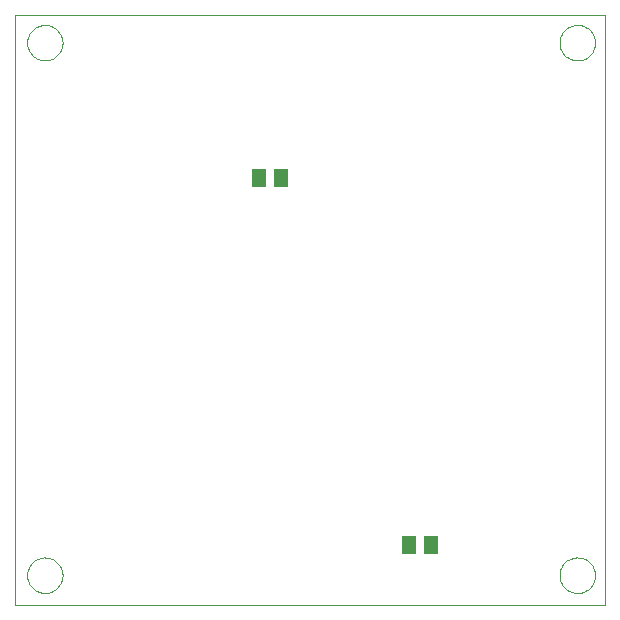
<source format=gbp>
G75*
%MOIN*%
%OFA0B0*%
%FSLAX24Y24*%
%IPPOS*%
%LPD*%
%AMOC8*
5,1,8,0,0,1.08239X$1,22.5*
%
%ADD10C,0.0000*%
%ADD11R,0.0512X0.0591*%
%ADD12R,0.0512X0.0630*%
D10*
X000255Y000100D02*
X000255Y019785D01*
X019940Y019785D01*
X019940Y000100D01*
X000255Y000100D01*
X000664Y001100D02*
X000666Y001148D01*
X000672Y001196D01*
X000682Y001243D01*
X000695Y001289D01*
X000713Y001334D01*
X000733Y001378D01*
X000758Y001420D01*
X000786Y001459D01*
X000816Y001496D01*
X000850Y001530D01*
X000887Y001562D01*
X000925Y001591D01*
X000966Y001616D01*
X001009Y001638D01*
X001054Y001656D01*
X001100Y001670D01*
X001147Y001681D01*
X001195Y001688D01*
X001243Y001691D01*
X001291Y001690D01*
X001339Y001685D01*
X001387Y001676D01*
X001433Y001664D01*
X001478Y001647D01*
X001522Y001627D01*
X001564Y001604D01*
X001604Y001577D01*
X001642Y001547D01*
X001677Y001514D01*
X001709Y001478D01*
X001739Y001440D01*
X001765Y001399D01*
X001787Y001356D01*
X001807Y001312D01*
X001822Y001267D01*
X001834Y001220D01*
X001842Y001172D01*
X001846Y001124D01*
X001846Y001076D01*
X001842Y001028D01*
X001834Y000980D01*
X001822Y000933D01*
X001807Y000888D01*
X001787Y000844D01*
X001765Y000801D01*
X001739Y000760D01*
X001709Y000722D01*
X001677Y000686D01*
X001642Y000653D01*
X001604Y000623D01*
X001564Y000596D01*
X001522Y000573D01*
X001478Y000553D01*
X001433Y000536D01*
X001387Y000524D01*
X001339Y000515D01*
X001291Y000510D01*
X001243Y000509D01*
X001195Y000512D01*
X001147Y000519D01*
X001100Y000530D01*
X001054Y000544D01*
X001009Y000562D01*
X000966Y000584D01*
X000925Y000609D01*
X000887Y000638D01*
X000850Y000670D01*
X000816Y000704D01*
X000786Y000741D01*
X000758Y000780D01*
X000733Y000822D01*
X000713Y000866D01*
X000695Y000911D01*
X000682Y000957D01*
X000672Y001004D01*
X000666Y001052D01*
X000664Y001100D01*
X000664Y018850D02*
X000666Y018898D01*
X000672Y018946D01*
X000682Y018993D01*
X000695Y019039D01*
X000713Y019084D01*
X000733Y019128D01*
X000758Y019170D01*
X000786Y019209D01*
X000816Y019246D01*
X000850Y019280D01*
X000887Y019312D01*
X000925Y019341D01*
X000966Y019366D01*
X001009Y019388D01*
X001054Y019406D01*
X001100Y019420D01*
X001147Y019431D01*
X001195Y019438D01*
X001243Y019441D01*
X001291Y019440D01*
X001339Y019435D01*
X001387Y019426D01*
X001433Y019414D01*
X001478Y019397D01*
X001522Y019377D01*
X001564Y019354D01*
X001604Y019327D01*
X001642Y019297D01*
X001677Y019264D01*
X001709Y019228D01*
X001739Y019190D01*
X001765Y019149D01*
X001787Y019106D01*
X001807Y019062D01*
X001822Y019017D01*
X001834Y018970D01*
X001842Y018922D01*
X001846Y018874D01*
X001846Y018826D01*
X001842Y018778D01*
X001834Y018730D01*
X001822Y018683D01*
X001807Y018638D01*
X001787Y018594D01*
X001765Y018551D01*
X001739Y018510D01*
X001709Y018472D01*
X001677Y018436D01*
X001642Y018403D01*
X001604Y018373D01*
X001564Y018346D01*
X001522Y018323D01*
X001478Y018303D01*
X001433Y018286D01*
X001387Y018274D01*
X001339Y018265D01*
X001291Y018260D01*
X001243Y018259D01*
X001195Y018262D01*
X001147Y018269D01*
X001100Y018280D01*
X001054Y018294D01*
X001009Y018312D01*
X000966Y018334D01*
X000925Y018359D01*
X000887Y018388D01*
X000850Y018420D01*
X000816Y018454D01*
X000786Y018491D01*
X000758Y018530D01*
X000733Y018572D01*
X000713Y018616D01*
X000695Y018661D01*
X000682Y018707D01*
X000672Y018754D01*
X000666Y018802D01*
X000664Y018850D01*
X018414Y018850D02*
X018416Y018898D01*
X018422Y018946D01*
X018432Y018993D01*
X018445Y019039D01*
X018463Y019084D01*
X018483Y019128D01*
X018508Y019170D01*
X018536Y019209D01*
X018566Y019246D01*
X018600Y019280D01*
X018637Y019312D01*
X018675Y019341D01*
X018716Y019366D01*
X018759Y019388D01*
X018804Y019406D01*
X018850Y019420D01*
X018897Y019431D01*
X018945Y019438D01*
X018993Y019441D01*
X019041Y019440D01*
X019089Y019435D01*
X019137Y019426D01*
X019183Y019414D01*
X019228Y019397D01*
X019272Y019377D01*
X019314Y019354D01*
X019354Y019327D01*
X019392Y019297D01*
X019427Y019264D01*
X019459Y019228D01*
X019489Y019190D01*
X019515Y019149D01*
X019537Y019106D01*
X019557Y019062D01*
X019572Y019017D01*
X019584Y018970D01*
X019592Y018922D01*
X019596Y018874D01*
X019596Y018826D01*
X019592Y018778D01*
X019584Y018730D01*
X019572Y018683D01*
X019557Y018638D01*
X019537Y018594D01*
X019515Y018551D01*
X019489Y018510D01*
X019459Y018472D01*
X019427Y018436D01*
X019392Y018403D01*
X019354Y018373D01*
X019314Y018346D01*
X019272Y018323D01*
X019228Y018303D01*
X019183Y018286D01*
X019137Y018274D01*
X019089Y018265D01*
X019041Y018260D01*
X018993Y018259D01*
X018945Y018262D01*
X018897Y018269D01*
X018850Y018280D01*
X018804Y018294D01*
X018759Y018312D01*
X018716Y018334D01*
X018675Y018359D01*
X018637Y018388D01*
X018600Y018420D01*
X018566Y018454D01*
X018536Y018491D01*
X018508Y018530D01*
X018483Y018572D01*
X018463Y018616D01*
X018445Y018661D01*
X018432Y018707D01*
X018422Y018754D01*
X018416Y018802D01*
X018414Y018850D01*
X018414Y001100D02*
X018416Y001148D01*
X018422Y001196D01*
X018432Y001243D01*
X018445Y001289D01*
X018463Y001334D01*
X018483Y001378D01*
X018508Y001420D01*
X018536Y001459D01*
X018566Y001496D01*
X018600Y001530D01*
X018637Y001562D01*
X018675Y001591D01*
X018716Y001616D01*
X018759Y001638D01*
X018804Y001656D01*
X018850Y001670D01*
X018897Y001681D01*
X018945Y001688D01*
X018993Y001691D01*
X019041Y001690D01*
X019089Y001685D01*
X019137Y001676D01*
X019183Y001664D01*
X019228Y001647D01*
X019272Y001627D01*
X019314Y001604D01*
X019354Y001577D01*
X019392Y001547D01*
X019427Y001514D01*
X019459Y001478D01*
X019489Y001440D01*
X019515Y001399D01*
X019537Y001356D01*
X019557Y001312D01*
X019572Y001267D01*
X019584Y001220D01*
X019592Y001172D01*
X019596Y001124D01*
X019596Y001076D01*
X019592Y001028D01*
X019584Y000980D01*
X019572Y000933D01*
X019557Y000888D01*
X019537Y000844D01*
X019515Y000801D01*
X019489Y000760D01*
X019459Y000722D01*
X019427Y000686D01*
X019392Y000653D01*
X019354Y000623D01*
X019314Y000596D01*
X019272Y000573D01*
X019228Y000553D01*
X019183Y000536D01*
X019137Y000524D01*
X019089Y000515D01*
X019041Y000510D01*
X018993Y000509D01*
X018945Y000512D01*
X018897Y000519D01*
X018850Y000530D01*
X018804Y000544D01*
X018759Y000562D01*
X018716Y000584D01*
X018675Y000609D01*
X018637Y000638D01*
X018600Y000670D01*
X018566Y000704D01*
X018536Y000741D01*
X018508Y000780D01*
X018483Y000822D01*
X018463Y000866D01*
X018445Y000911D01*
X018432Y000957D01*
X018422Y001004D01*
X018416Y001052D01*
X018414Y001100D01*
D11*
X009129Y014350D03*
X008381Y014350D03*
D12*
X013381Y002100D03*
X014129Y002100D03*
M02*

</source>
